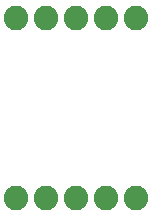
<source format=gbr>
G04 EAGLE Gerber RS-274X export*
G75*
%MOMM*%
%FSLAX34Y34*%
%LPD*%
%INSoldermask Bottom*%
%IPPOS*%
%AMOC8*
5,1,8,0,0,1.08239X$1,22.5*%
G01*
%ADD10C,2.082800*%


D10*
X25400Y12700D03*
X50800Y12700D03*
X76200Y12700D03*
X101600Y12700D03*
X127000Y12700D03*
X127000Y165100D03*
X101600Y165100D03*
X76200Y165100D03*
X50800Y165100D03*
X25400Y165100D03*
M02*

</source>
